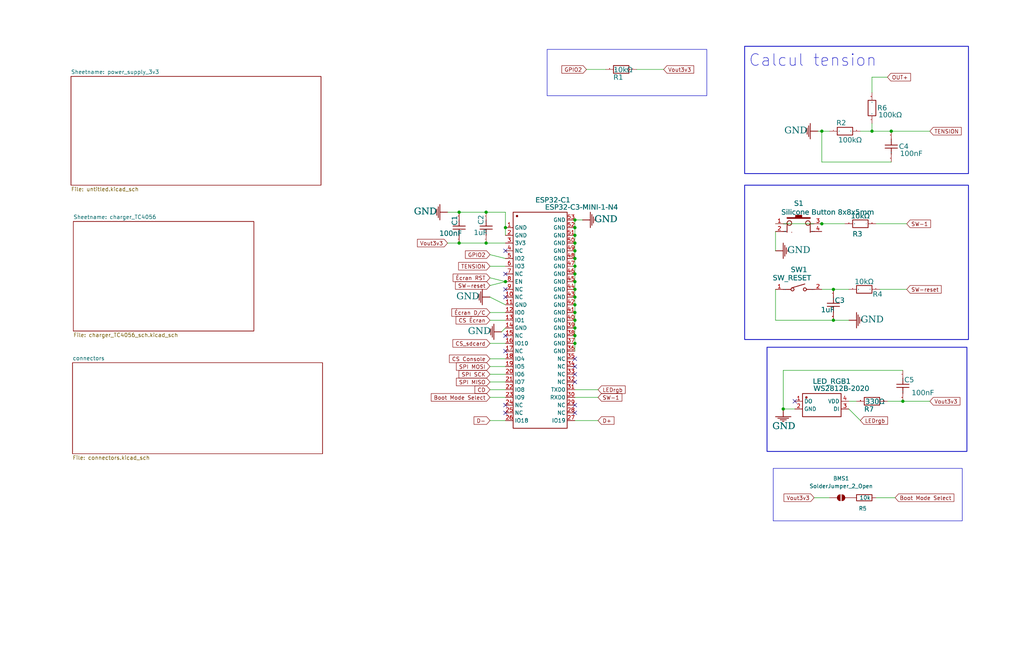
<source format=kicad_sch>
(kicad_sch (version 20250114) (generator "eeschema") (generator_version "9.0")
  (paper "User" 337.058 218.948)
  (lib_symbols
    (symbol "C0603C104J4RAC7867_3"
      (property "Reference" "C2" (at 2.54 0.8763 0))
      (property "Value" "100nF" (at 2.54 -1.4097 0))
      (symbol "C0603C104J4RAC7867_3_0_0"
        (polyline (pts (xy -2.032 0.508) (xy 2.032 0.508)) (stroke (width 0.254)))
        (polyline (pts (xy 0 0.508) (xy 0 2.54)) (stroke (width 0.254)))
        (polyline (pts (xy 0 -2.54) (xy 0 -0.508)) (stroke (width 0.254)))
        (polyline (pts (xy 2.032 -0.508) (xy -2.032 -0.508)) (stroke (width 0.254)))
        (pin unspecified line (at 0 5.08 270) (length 2.54) (name "1") (number "1"))
        (pin unspecified line (at 0 -5.08 90) (length 2.54) (name "2") (number "2"))
      )
    )
    (symbol "C0603C104J4RAC7867_4"
      (property "Reference" "C17" (at 2.54 0.8763 0))
      (property "Value" "100nF" (at 2.54 -1.4097 0))
      (symbol "C0603C104J4RAC7867_4_0_0"
        (polyline (pts (xy -2.032 0.508) (xy 2.032 0.508)) (stroke (width 0.254)))
        (polyline (pts (xy 0 0.508) (xy 0 2.54)) (stroke (width 0.254)))
        (polyline (pts (xy 0 -2.54) (xy 0 -0.508)) (stroke (width 0.254)))
        (polyline (pts (xy 2.032 -0.508) (xy -2.032 -0.508)) (stroke (width 0.254)))
        (pin unspecified line (at 0 5.08 270) (length 2.54) (name "1") (number "1"))
        (pin unspecified line (at 0 -5.08 90) (length 2.54) (name "2") (number "2"))
      )
    )
    (symbol "CR0603F360KP05Z_7"
      (property "Reference" "R14" (at -1.4986 0.9017 0))
      (property "Value" "330Ω" (at -3.4544 3.4163 0))
      (symbol "CR0603F360KP05Z_7_0_0"
        (rectangle (start -2.54 1.27) (end 2.54 -1.27) (stroke (width 0.254)))
        (pin unspecified line (at -5.08 0 0) (length 2.54) (name "2") (number "2"))
        (pin unspecified line (at 5.08 0 180) (length 2.54) (name "1") (number "1"))
      )
    )
    (symbol "CR0603F360KP05Z_8"
      (property "Reference" "R20" (at -1.4986 0.9017 0))
      (property "Value" "10kΩ" (at -3.4544 3.4163 0))
      (symbol "CR0603F360KP05Z_8_0_0"
        (rectangle (start -2.54 1.27) (end 2.54 -1.27) (stroke (width 0.254)))
        (pin unspecified line (at -5.08 0 0) (length 2.54) (name "2") (number "2"))
        (pin unspecified line (at 5.08 0 180) (length 2.54) (name "1") (number "1"))
      )
    )
    (symbol "CR0603F360KP05Z_9"
      (property "Reference" "R21" (at -1.4986 0.9017 0))
      (property "Value" "10kΩ" (at -3.4544 3.4163 0))
      (symbol "CR0603F360KP05Z_9_0_0"
        (rectangle (start -2.54 1.27) (end 2.54 -1.27) (stroke (width 0.254)))
        (pin unspecified line (at -5.08 0 0) (length 2.54) (name "2") (number "2"))
        (pin unspecified line (at 5.08 0 180) (length 2.54) (name "1") (number "1"))
      )
    )
    (symbol "Device:R" (pin_numbers (hide yes)) (pin_names (offset 0))
      (property "Reference" "R" (at 2.032 0 90))
      (property "Value" "R" (at 0 0 90))
      (symbol "R_0_1"
        (rectangle (start -1.016 -2.54) (end 1.016 2.54) (stroke (width 0.254)))
      )
      (symbol "R_1_1"
        (pin passive line (at 0 3.81 270) (length 1.27) (name "~") (number "1"))
        (pin passive line (at 0 -3.81 90) (length 1.27) (name "~") (number "2"))
      )
    )
    (symbol "ESP32-C3-MINI-1-N4"
      (property "Reference" "U2" (at -1.524 40.3733 0))
      (property "Value" "ESP32-C3-MINI-1-N4" (at -1.524 38.0873 0))
      (symbol "ESP32-C3-MINI-1-N4_0_0"
        (rectangle (start -8.89 35.56) (end 8.89 -35.56) (stroke (width 0.254)))
        (circle (center -7.62 34.29) (radius 0.254) (stroke (width 0.254)) (fill (type outline)))
        (pin unspecified line (at -11.43 30.48 0) (length 2.54) (name "GND") (number "1"))
        (pin unspecified line (at -11.43 27.94 0) (length 2.54) (name "GND") (number "2"))
        (pin unspecified line (at -11.43 25.4 0) (length 2.54) (name "3V3") (number "3"))
        (pin unspecified line (at -11.43 22.86 0) (length 2.54) (name "NC") (number "4"))
        (pin unspecified line (at -11.43 20.32 0) (length 2.54) (name "IO2") (number "5"))
        (pin unspecified line (at -11.43 17.78 0) (length 2.54) (name "IO3") (number "6"))
        (pin unspecified line (at -11.43 15.24 0) (length 2.54) (name "NC") (number "7"))
        (pin unspecified line (at -11.43 12.7 0) (length 2.54) (name "EN") (number "8"))
        (pin unspecified line (at -11.43 10.16 0) (length 2.54) (name "NC") (number "9"))
        (pin unspecified line (at -11.43 7.62 0) (length 2.54) (name "NC") (number "10"))
        (pin unspecified line (at -11.43 5.08 0) (length 2.54) (name "GND") (number "11"))
        (pin unspecified line (at -11.43 2.54 0) (length 2.54) (name "IO0") (number "12"))
        (pin unspecified line (at -11.43 0 0) (length 2.54) (name "IO1") (number "13"))
        (pin unspecified line (at -11.43 -2.54 0) (length 2.54) (name "GND") (number "14"))
        (pin unspecified line (at -11.43 -5.08 0) (length 2.54) (name "NC") (number "15"))
        (pin unspecified line (at -11.43 -7.62 0) (length 2.54) (name "IO10") (number "16"))
        (pin unspecified line (at -11.43 -10.16 0) (length 2.54) (name "NC") (number "17"))
        (pin unspecified line (at -11.43 -12.7 0) (length 2.54) (name "IO4") (number "18"))
        (pin unspecified line (at -11.43 -15.24 0) (length 2.54) (name "IO5") (number "19"))
        (pin unspecified line (at -11.43 -17.78 0) (length 2.54) (name "IO6") (number "20"))
        (pin unspecified line (at -11.43 -20.32 0) (length 2.54) (name "IO7") (number "21"))
        (pin unspecified line (at -11.43 -22.86 0) (length 2.54) (name "IO8") (number "22"))
        (pin unspecified line (at -11.43 -25.4 0) (length 2.54) (name "IO9") (number "23"))
        (pin unspecified line (at -11.43 -27.94 0) (length 2.54) (name "NC") (number "24"))
        (pin unspecified line (at -11.43 -30.48 0) (length 2.54) (name "NC") (number "25"))
        (pin unspecified line (at -11.43 -33.02 0) (length 2.54) (name "IO18") (number "26"))
        (pin unspecified line (at 11.43 33.02 180) (length 2.54) (name "GND") (number "53"))
        (pin unspecified line (at 11.43 30.48 180) (length 2.54) (name "GND") (number "52"))
        (pin unspecified line (at 11.43 27.94 180) (length 2.54) (name "GND") (number "51"))
        (pin unspecified line (at 11.43 25.4 180) (length 2.54) (name "GND") (number "50"))
        (pin unspecified line (at 11.43 22.86 180) (length 2.54) (name "GND") (number "49"))
        (pin unspecified line (at 11.43 20.32 180) (length 2.54) (name "GND") (number "48"))
        (pin unspecified line (at 11.43 17.78 180) (length 2.54) (name "GND") (number "47"))
        (pin unspecified line (at 11.43 15.24 180) (length 2.54) (name "GND") (number "46"))
        (pin unspecified line (at 11.43 12.7 180) (length 2.54) (name "GND") (number "45"))
        (pin unspecified line (at 11.43 10.16 180) (length 2.54) (name "GND") (number "44"))
        (pin unspecified line (at 11.43 7.62 180) (length 2.54) (name "GND") (number "43"))
        (pin unspecified line (at 11.43 5.08 180) (length 2.54) (name "GND") (number "42"))
        (pin unspecified line (at 11.43 2.54 180) (length 2.54) (name "GND") (number "41"))
        (pin unspecified line (at 11.43 0 180) (length 2.54) (name "GND") (number "40"))
        (pin unspecified line (at 11.43 -2.54 180) (length 2.54) (name "GND") (number "39"))
        (pin unspecified line (at 11.43 -5.08 180) (length 2.54) (name "GND") (number "38"))
        (pin unspecified line (at 11.43 -7.62 180) (length 2.54) (name "GND") (number "37"))
        (pin unspecified line (at 11.43 -10.16 180) (length 2.54) (name "GND") (number "36"))
        (pin unspecified line (at 11.43 -12.7 180) (length 2.54) (name "NC") (number "35"))
        (pin unspecified line (at 11.43 -15.24 180) (length 2.54) (name "NC") (number "34"))
        (pin unspecified line (at 11.43 -17.78 180) (length 2.54) (name "NC") (number "33"))
        (pin unspecified line (at 11.43 -20.32 180) (length 2.54) (name "NC") (number "32"))
        (pin unspecified line (at 11.43 -22.86 180) (length 2.54) (name "TXD0") (number "31"))
        (pin unspecified line (at 11.43 -25.4 180) (length 2.54) (name "RXD0") (number "30"))
        (pin unspecified line (at 11.43 -27.94 180) (length 2.54) (name "NC") (number "29"))
        (pin unspecified line (at 11.43 -30.48 180) (length 2.54) (name "NC") (number "28"))
        (pin unspecified line (at 11.43 -33.02 180) (length 2.54) (name "IO19") (number "27"))
      )
    )
    (symbol "GND" (power) (pin_numbers (hide yes)) (pin_names (hide yes))
      (property "Value" "GND" (at 0 -6.35 0))
      (symbol "GND_0_0"
        (polyline (pts (xy -2.54 -2.54) (xy 2.54 -2.54)) (stroke (width 0.254)))
        (polyline (pts (xy -1.778 -3.048) (xy 1.778 -3.048)) (stroke (width 0.254)))
        (polyline (pts (xy -1.016 -3.556) (xy 1.016 -3.556)) (stroke (width 0.254)))
        (polyline (pts (xy -0.254 -4.064) (xy 0.254 -4.064)) (stroke (width 0.254)))
        (polyline (pts (xy 0 0) (xy 0 -2.54)) (stroke (width 0.254)))
        (pin power_in line (at 0 0 270) (length 0) (name "GND") (number "1"))
      )
    )
    (symbol "Jumper:SolderJumper_2_Open" (pin_numbers (hide yes)) (pin_names (offset 0) (hide yes)) (in_bom no)
      (property "Reference" "JP" (at 0 2.032 0))
      (property "Value" "SolderJumper_2_Open" (at 0 -2.54 0))
      (symbol "SolderJumper_2_Open_0_1"
        (polyline (pts (xy -0.254 1.016) (xy -0.254 -1.016)))
        (arc (start -0.254 -1.016) (mid -1.2656 0) (end -0.254 1.016))
        (arc (start -0.254 -1.016) (mid -1.2656 0) (end -0.254 1.016) (fill (type outline)))
        (arc (start 0.254 1.016) (mid 1.2656 0) (end 0.254 -1.016))
        (arc (start 0.254 1.016) (mid 1.2656 0) (end 0.254 -1.016) (fill (type outline)))
        (polyline (pts (xy 0.254 1.016) (xy 0.254 -1.016)))
      )
      (symbol "SolderJumper_2_Open_1_1"
        (pin passive line (at -3.81 0 0) (length 2.54) (name "A") (number "1"))
        (pin passive line (at 3.81 0 180) (length 2.54) (name "B") (number "2"))
      )
    )
    (symbol "SY0402FN100KP"
      (property "Reference" "R18" (at 1.778 0.8509 0))
      (property "Value" "100kΩ" (at 1.778 -1.3843 0))
      (symbol "SY0402FN100KP_0_0"
        (rectangle (start -1.27 2.54) (end 1.27 -2.54) (stroke (width 0.254)))
        (pin unspecified line (at 0 5.08 270) (length 2.54) (name "2") (number "2"))
        (pin unspecified line (at 0 -5.08 90) (length 2.54) (name "1") (number "1"))
      )
    )
    (symbol "Silicone Tactile Switch Button 8x8x5mm"
      (property "Reference" "S6" (at 6.1468 10.0711 0))
      (property "Value" "Silicone Button 8x8x5mm" (at 0.5842 7.2263 0))
      (symbol "Silicone Tactile Switch Button 8x8x5mm_0_0"
        (polyline (pts (xy 2.54 2.54) (xy 3.556 2.54)) (stroke (width 0.254)))
        (polyline (pts (xy 2.54 0) (xy 3.556 0)) (stroke (width 0.254)))
        (polyline (pts (xy 3.81 4.572) (xy 3.81 4.318) (xy 11.43 4.318) (xy 11.43 4.572) (xy 8.636 4.572) (xy 8.636 5.334) (xy 6.604 5.334) (xy 6.604 4.572) (xy 3.81 4.572)) (stroke (width 0.254)) (fill (type outline)))
        (polyline (pts (xy 3.81 2.794) (xy 3.81 -0.254)) (stroke (width 0.254)))
        (arc (start 5.334 2.7686) (mid 3.8059 2.7787) (end 5.334 2.794) (stroke (width 0.254)))
        (arc (start 5.334 -0.254) (mid 3.81 -0.254) (end 5.334 -0.254) (stroke (width 0.254)))
        (arc (start 11.43 -0.254) (mid 9.906 -0.254) (end 11.43 -0.254) (stroke (width 0.254)))
        (arc (start 11.43 2.7686) (mid 9.9099 2.7787) (end 11.43 2.794) (stroke (width 0.254)))
        (polyline (pts (xy 11.43 -0.254) (xy 11.43 2.794)) (stroke (width 0.254)))
        (polyline (pts (xy 12.7 2.54) (xy 11.684 2.54)) (stroke (width 0.254)))
        (polyline (pts (xy 12.7 0) (xy 11.684 0)) (stroke (width 0.254)))
        (pin input line (at 0 2.54 0) (length 2.54) (name "1") (number "1"))
        (pin input line (at 0 0 0) (length 2.54) (name "2") (number "2"))
        (pin input line (at 15.24 2.54 180) (length 2.54) (name "3") (number "3"))
        (pin input line (at 15.24 0 180) (length 2.54) (name "4") (number "4"))
      )
    )
    (symbol "TNPW040247K0BYEP"
      (property "Reference" "R19" (at -1.4986 5.9563 0))
      (property "Value" "47kΩ" (at -1.4986 3.7211 0))
      (symbol "TNPW040247K0BYEP_0_0"
        (rectangle (start -2.54 1.27) (end 2.54 -1.27) (stroke (width 0.254)))
        (pin unspecified line (at -5.08 0 0) (length 2.54) (name "1") (number "1"))
        (pin unspecified line (at 5.08 0 180) (length 2.54) (name "2") (number "2"))
      )
    )
    (symbol "TS-1088-AR02016"
      (property "Reference" "SW1" (at -2.5654 7.3025 0))
      (property "Value" "TS-1088-AR02016" (at -8.5852 4.6609 0))
      (symbol "TS-1088-AR02016_0_0"
        (polyline (pts (xy -5.08 0) (xy -2.54 0)) (stroke (width 0.254)))
        (polyline (pts (xy -2.286 0.508) (xy 2.032 1.778)) (stroke (width 0.254)))
        (circle (center -2.032 0) (radius 0.508) (stroke (width 0.254)))
        (circle (center 2.032 0) (radius 0.508) (stroke (width 0.254)))
        (polyline (pts (xy 5.08 0) (xy 2.54 0)) (stroke (width 0.254)))
        (pin unspecified line (at -7.62 0 0) (length 2.54) (name "1") (number "1"))
        (pin unspecified line (at 7.62 0 180) (length 2.54) (name "2") (number "2"))
      )
    )
    (symbol "WS2812B-2020"
      (property "Reference" "LED1" (at -2.9464 8.6487 0))
      (property "Value" "WS2812B-2020" (at -2.9464 6.3119 0))
      (symbol "WS2812B-2020_0_0"
        (rectangle (start -6.35 3.81) (end 6.35 -3.81) (stroke (width 0.254)))
        (circle (center -5.08 2.54) (radius 0.254) (stroke (width 0.254)) (fill (type outline)))
        (pin unspecified line (at -8.89 1.27 0) (length 2.54) (name "DO") (number "1"))
        (pin unspecified line (at -8.89 -1.27 0) (length 2.54) (name "GND") (number "2"))
        (pin unspecified line (at 8.89 1.27 180) (length 2.54) (name "VDD") (number "4"))
        (pin unspecified line (at 8.89 -1.27 180) (length 2.54) (name "DI") (number "3"))
      )
    )
  )
  (rectangle (start 245.11 60.96) (end 318.77 111.76) (stroke (width 0.254)))
  (rectangle (start 245.11 15.24) (end 318.77 57.15) (stroke (width 0.254)))
  (rectangle (start 252.476 114.3) (end 318.262 148.59) (stroke (width 0.254)))
  (rectangle (start 254.508 154.178) (end 316.738 171.45))
  (rectangle (start 180.086 16.256) (end 232.664 31.496))
  (text "Calcul tension" (at 246.38 17.7292 0) (effects (font (size 3.8608 3.8608)) (justify left top)))
  (junction (at 189.23 90.17))
  (junction (at 189.23 80.01))
  (junction (at 270.51 43.18))
  (junction (at 257.81 134.62))
  (junction (at 189.23 72.39))
  (junction (at 189.23 92.71))
  (junction (at 160.02 80.01))
  (junction (at 189.23 113.03))
  (junction (at 189.23 95.25))
  (junction (at 189.23 107.95))
  (junction (at 166.37 74.93))
  (junction (at 189.23 102.87))
  (junction (at 287.02 43.18))
  (junction (at 189.23 82.55))
  (junction (at 151.13 69.85))
  (junction (at 189.23 85.09))
  (junction (at 151.13 80.01))
  (junction (at 160.02 69.85))
  (junction (at 189.23 110.49))
  (junction (at 189.23 87.63))
  (junction (at 293.37 43.18))
  (junction (at 189.23 74.93))
  (junction (at 297.18 132.08))
  (junction (at 189.23 105.41))
  (junction (at 189.23 100.33))
  (junction (at 189.23 77.47))
  (junction (at 274.32 95.25))
  (junction (at 189.23 97.79))
  (junction (at 270.51 73.66))
  (junction (at 274.32 105.41))
  (junction (at 166.37 92.71))
  (no_connect (at 166.37 135.89))
  (no_connect (at 189.23 118.11))
  (no_connect (at 166.37 115.57))
  (no_connect (at 166.37 90.17))
  (no_connect (at 166.37 82.55))
  (no_connect (at 261.62 132.08))
  (no_connect (at 189.23 135.89))
  (no_connect (at 166.37 97.79))
  (no_connect (at 189.23 133.35))
  (no_connect (at 189.23 120.65))
  (no_connect (at 189.23 125.73))
  (no_connect (at 166.37 95.25))
  (no_connect (at 166.37 110.49))
  (no_connect (at 166.37 133.35))
  (no_connect (at 189.23 123.19))
  (wire (pts (xy 257.81 134.62) (xy 261.62 134.62)))
  (wire (pts (xy 292.1 25.4) (xy 287.02 25.4)))
  (wire (pts (xy 196.85 138.43) (xy 189.23 138.43)))
  (wire (pts (xy 189.23 100.33) (xy 189.23 97.79)))
  (wire (pts (xy 193.04 22.86) (xy 199.39 22.86)))
  (wire (pts (xy 161.29 123.19) (xy 166.37 123.19)))
  (wire (pts (xy 270.51 95.25) (xy 274.32 95.25)))
  (wire (pts (xy 298.45 95.25) (xy 289.56 95.25)))
  (wire (pts (xy 293.37 53.34) (xy 270.51 53.34)))
  (wire (pts (xy 189.23 82.55) (xy 189.23 80.01)))
  (wire (pts (xy 297.18 132.08) (xy 292.1 132.08)))
  (wire (pts (xy 161.29 87.63) (xy 166.37 87.63)))
  (wire (pts (xy 161.29 130.81) (xy 166.37 130.81)))
  (wire (pts (xy 147.32 80.01) (xy 151.13 80.01)))
  (wire (pts (xy 293.37 43.18) (xy 306.07 43.18)))
  (wire (pts (xy 270.51 73.66) (xy 278.13 73.66)))
  (wire (pts (xy 189.23 87.63) (xy 189.23 85.09)))
  (wire (pts (xy 283.21 43.18) (xy 287.02 43.18)))
  (wire (pts (xy 255.27 95.25) (xy 255.27 105.41)))
  (wire (pts (xy 161.29 83.82) (xy 166.37 85.09)))
  (wire (pts (xy 189.23 90.17) (xy 189.23 87.63)))
  (wire (pts (xy 161.29 97.79) (xy 166.37 100.33)))
  (wire (pts (xy 189.23 110.49) (xy 189.23 107.95)))
  (wire (pts (xy 161.29 125.73) (xy 166.37 125.73)))
  (wire (pts (xy 189.23 92.71) (xy 189.23 90.17)))
  (wire (pts (xy 161.29 93.98) (xy 166.37 92.71)))
  (wire (pts (xy 189.23 95.25) (xy 189.23 92.71)))
  (wire (pts (xy 269.24 43.18) (xy 270.51 43.18)))
  (wire (pts (xy 274.32 95.25) (xy 279.4 95.25)))
  (wire (pts (xy 283.21 138.43) (xy 279.4 134.62)))
  (wire (pts (xy 270.51 43.18) (xy 273.05 43.18)))
  (wire (pts (xy 218.44 22.86) (xy 209.55 22.86)))
  (wire (pts (xy 189.23 113.03) (xy 189.23 110.49)))
  (wire (pts (xy 196.85 128.27) (xy 189.23 128.27)))
  (wire (pts (xy 281.94 132.08) (xy 279.4 132.08)))
  (wire (pts (xy 287.02 43.18) (xy 293.37 43.18)))
  (wire (pts (xy 166.37 77.47) (xy 166.37 74.93)))
  (wire (pts (xy 270.51 53.34) (xy 270.51 43.18)))
  (wire (pts (xy 189.23 77.47) (xy 189.23 74.93)))
  (wire (pts (xy 297.18 121.92) (xy 257.81 121.92)))
  (wire (pts (xy 189.23 105.41) (xy 189.23 102.87)))
  (wire (pts (xy 189.23 107.95) (xy 189.23 105.41)))
  (wire (pts (xy 287.02 40.64) (xy 287.02 43.18)))
  (wire (pts (xy 189.23 74.93) (xy 189.23 72.39)))
  (wire (pts (xy 274.32 105.41) (xy 279.4 105.41)))
  (wire (pts (xy 298.45 73.66) (xy 288.29 73.66)))
  (wire (pts (xy 257.81 121.92) (xy 257.81 134.62)))
  (wire (pts (xy 294.64 163.83) (xy 288.29 163.83)))
  (wire (pts (xy 255.27 76.2) (xy 255.27 82.55)))
  (wire (pts (xy 287.02 25.4) (xy 287.02 30.48)))
  (wire (pts (xy 165.1 109.22) (xy 166.37 107.95)))
  (wire (pts (xy 166.37 74.93) (xy 166.37 69.85)))
  (wire (pts (xy 189.23 102.87) (xy 189.23 100.33)))
  (wire (pts (xy 161.29 120.65) (xy 166.37 120.65)))
  (wire (pts (xy 161.29 113.03) (xy 166.37 113.03)))
  (wire (pts (xy 189.23 115.57) (xy 189.23 113.03)))
  (wire (pts (xy 189.23 85.09) (xy 189.23 82.55)))
  (wire (pts (xy 189.23 97.79) (xy 189.23 95.25)))
  (wire (pts (xy 161.29 118.11) (xy 166.37 118.11)))
  (wire (pts (xy 306.07 132.08) (xy 297.18 132.08)))
  (wire (pts (xy 189.23 80.01) (xy 189.23 77.47)))
  (wire (pts (xy 274.32 105.41) (xy 255.27 105.41)))
  (wire (pts (xy 191.77 72.39) (xy 189.23 72.39)))
  (wire (pts (xy 151.13 80.01) (xy 160.02 80.01)))
  (wire (pts (xy 160.02 69.85) (xy 151.13 69.85)))
  (wire (pts (xy 161.29 138.43) (xy 166.37 138.43)))
  (wire (pts (xy 267.97 163.83) (xy 273.05 163.83)))
  (wire (pts (xy 161.29 105.41) (xy 166.37 105.41)))
  (wire (pts (xy 196.85 130.81) (xy 189.23 130.81)))
  (wire (pts (xy 161.29 102.87) (xy 166.37 102.87)))
  (wire (pts (xy 166.37 69.85) (xy 160.02 69.85)))
  (wire (pts (xy 270.51 73.66) (xy 255.27 73.66)))
  (wire (pts (xy 161.29 128.27) (xy 166.37 128.27)))
  (wire (pts (xy 160.02 80.01) (xy 166.37 80.01)))
  (wire (pts (xy 161.29 91.44) (xy 166.37 92.71)))
  (wire (pts (xy 151.13 69.85) (xy 147.32 69.85)))
  (global_label "Boot Mode Select" (shape input) (at 161.29 130.81 180) (property "Intersheetrefs" "${INTERSHEET_REFS}" (effects (hide yes))))
  (global_label "LEDrgb" (shape input) (at 283.21 138.43 0) (property "Intersheetrefs" "${INTERSHEET_REFS}" (effects (hide yes))))
  (global_label "SW-1" (shape input) (at 298.45 73.66 0) (property "Intersheetrefs" "${INTERSHEET_REFS}" (effects (hide yes))))
  (global_label "SW-reset" (shape input) (at 161.29 93.98 180) (property "Intersheetrefs" "${INTERSHEET_REFS}" (effects (hide yes))))
  (global_label "D+" (shape input) (at 196.85 138.43 0) (property "Intersheetrefs" "${INTERSHEET_REFS}" (effects (hide yes))))
  (global_label "TENSION" (shape input) (at 306.07 43.18 0) (property "Intersheetrefs" "${INTERSHEET_REFS}" (effects (hide yes))))
  (global_label "Vout3v3" (shape input) (at 306.07 132.08 0) (property "Intersheetrefs" "${INTERSHEET_REFS}" (effects (hide yes))))
  (global_label "SPI MOSI" (shape input) (at 161.29 120.65 180) (property "Intersheetrefs" "${INTERSHEET_REFS}" (effects (hide yes))))
  (global_label "Vout3v3" (shape input) (at 218.44 22.86 0) (property "Intersheetrefs" "${INTERSHEET_REFS}" (effects (hide yes))))
  (global_label "TENSION" (shape input) (at 161.29 87.63 180) (property "Intersheetrefs" "${INTERSHEET_REFS}" (effects (hide yes))))
  (global_label "CD" (shape input) (at 161.29 128.27 180) (property "Intersheetrefs" "${INTERSHEET_REFS}" (effects (hide yes))))
  (global_label "Vout3v3" (shape input) (at 147.32 80.01 180) (property "Intersheetrefs" "${INTERSHEET_REFS}" (effects (hide yes))))
  (global_label "CS Écran" (shape input) (at 161.29 105.41 180) (property "Intersheetrefs" "${INTERSHEET_REFS}" (effects (hide yes))))
  (global_label "GPIO2" (shape input) (at 193.04 22.86 180) (property "Intersheetrefs" "${INTERSHEET_REFS}" (effects (hide yes))))
  (global_label "GPIO2" (shape input) (at 161.29 83.82 180) (property "Intersheetrefs" "${INTERSHEET_REFS}" (effects (hide yes))))
  (global_label "SPI MISO" (shape input) (at 161.29 125.73 180) (property "Intersheetrefs" "${INTERSHEET_REFS}" (effects (hide yes))))
  (global_label "Vout3v3" (shape input) (at 267.97 163.83 180) (property "Intersheetrefs" "${INTERSHEET_REFS}" (effects (hide yes))))
  (global_label "SW-reset" (shape input) (at 298.45 95.25 0) (property "Intersheetrefs" "${INTERSHEET_REFS}" (effects (hide yes))))
  (global_label "CS Console" (shape input) (at 161.29 118.11 180) (property "Intersheetrefs" "${INTERSHEET_REFS}" (effects (hide yes))))
  (global_label "Écran RST" (shape input) (at 161.29 91.44 180) (property "Intersheetrefs" "${INTERSHEET_REFS}" (effects (hide yes))))
  (global_label "LEDrgb" (shape input) (at 196.85 128.27 0) (property "Intersheetrefs" "${INTERSHEET_REFS}" (effects (hide yes))))
  (global_label "Boot Mode Select" (shape input) (at 294.64 163.83 0) (property "Intersheetrefs" "${INTERSHEET_REFS}" (effects (hide yes))))
  (global_label "CS_sdcard" (shape input) (at 161.29 113.03 180) (property "Intersheetrefs" "${INTERSHEET_REFS}" (effects (hide yes))))
  (global_label "D-" (shape input) (at 161.29 138.43 180) (property "Intersheetrefs" "${INTERSHEET_REFS}" (effects (hide yes))))
  (global_label "SPI SCK" (shape input) (at 161.29 123.19 180) (property "Intersheetrefs" "${INTERSHEET_REFS}" (effects (hide yes))))
  (global_label "Écran D{slash}C" (shape input) (at 161.29 102.87 180) (property "Intersheetrefs" "${INTERSHEET_REFS}" (effects (hide yes))))
  (global_label "SW-1" (shape input) (at 196.85 130.81 0) (property "Intersheetrefs" "${INTERSHEET_REFS}" (effects (hide yes))))
  (global_label "OUT+" (shape input) (at 292.1 25.4 0) (property "Intersheetrefs" "${INTERSHEET_REFS}" (effects (hide yes))))
  (symbol (lib_id "CR0603F360KP05Z_7") (at 287.02 132.08 0) (unit 1)
    (property "Reference" "R7" (at 284.48 133.858 0) (effects (font (size 1.6891 1.6891)) (justify left top)))
    (property "Value" "330Ω" (at 284.48 131.318 0) (effects (font (size 1.6891 1.6891)) (justify left top)))
    (property "Footprint" "Resistor_SMD:R_0603_1608Metric" (effects (hide yes)))
    (property "Manufacturer Part" "CR0603F360KP05Z" (effects (hide yes)))
    (property "Manufacturer" "EVER OHMS(天二科技)" (effects (hide yes)))
    (property "Supplier Part" "C881358" (effects (hide yes)))
    (property "Supplier" "LCSC" (effects (hide yes)))
  )
  (symbol (lib_id "GND") (at 269.24 43.18 270) (unit 0)
    (property "Reference" "#PWR07" (effects (hide yes)))
    (property "Value" "GND" (at 258.445 44.2214 -270) (effects (font (size 2.1717 2.1717)) (justify left bottom)))
    (property "Description" "Power symbol creates a global label with name 'GND'" (effects (hide yes)))
  )
  (symbol (lib_id "C0603C104J4RAC7867_3") (at 160.02 74.93 0) (unit 1)
    (property "Reference" "C2" (at 157.48 73.914 90) (effects (font (size 1.6891 1.6891)) (justify left top)))
    (property "Value" "1uF" (at 155.702 75.692 0) (effects (font (size 1.6891 1.6891)) (justify left top)))
    (property "Footprint" "Capacitor_SMD:C_0603_1608Metric" (effects (hide yes)))
    (property "Manufacturer Part" "C0603C104J4RAC7867" (effects (hide yes)))
    (property "Manufacturer" "KEMET(基美)" (effects (hide yes)))
    (property "Supplier Part" "C599646" (effects (hide yes)))
    (property "Supplier" "LCSC" (effects (hide yes)))
  )
  (symbol (lib_id "C0603C104J4RAC7867_4") (at 293.37 48.26 0) (unit 1)
    (property "Reference" "C4" (at 295.91 47.3837 0) (effects (font (size 1.6891 1.6891)) (justify left top)))
    (property "Value" "100nF" (at 295.91 49.6697 0) (effects (font (size 1.6891 1.6891)) (justify left top)))
    (property "Footprint" "Capacitor_SMD:C_0603_1608Metric" (effects (hide yes)))
    (property "Manufacturer Part" "C0603C104J4RAC7867" (effects (hide yes)))
    (property "Manufacturer" "KEMET(基美)" (effects (hide yes)))
    (property "Supplier Part" "C599646" (effects (hide yes)))
    (property "Supplier" "LCSC" (effects (hide yes)))
  )
  (symbol (lib_id "Jumper:SolderJumper_2_Open") (at 276.86 163.83 0) (unit 1) (in_bom no)
    (property "Reference" "BMS1" (at 276.86 157.48 0))
    (property "Value" "SolderJumper_2_Open" (at 276.86 160.02 0))
    (property "Footprint" "Jumper:SolderJumper-2_P1.3mm_Open_TrianglePad1.0x1.5mm" (effects (hide yes)))
    (property "Description" "Solder Jumper, 2-pole, open" (effects (hide yes)))
  )
  (symbol (lib_id "GND") (at 161.29 97.79 270) (unit 0)
    (property "Reference" "#PWR02" (effects (hide yes)))
    (property "Value" "GND" (at 150.495 98.8314 -270) (effects (font (size 2.1717 2.1717)) (justify left bottom)))
    (property "Description" "Power symbol creates a global label with name 'GND'" (effects (hide yes)))
  )
  (symbol (lib_id "GND") (at 147.32 69.85 270) (unit 0)
    (property "Reference" "#PWR01" (effects (hide yes)))
    (property "Value" "GND" (at 136.525 70.8914 -270) (effects (font (size 2.1717 2.1717)) (justify left bottom)))
    (property "Description" "Power symbol creates a global label with name 'GND'" (effects (hide yes)))
  )
  (symbol (lib_id "C0603C104J4RAC7867_3") (at 297.18 127 0) (unit 1)
    (property "Reference" "C5" (at 297.688 124.206 0) (effects (font (size 1.6891 1.6891)) (justify left top)))
    (property "Value" "100nF" (at 299.72 128.4097 0) (effects (font (size 1.6891 1.6891)) (justify left top)))
    (property "Footprint" "Capacitor_SMD:C_0603_1608Metric" (effects (hide yes)))
    (property "Manufacturer Part" "C0603C104J4RAC7867" (effects (hide yes)))
    (property "Manufacturer" "KEMET(基美)" (effects (hide yes)))
    (property "Supplier Part" "C599646" (effects (hide yes)))
    (property "Supplier" "LCSC" (effects (hide yes)))
  )
  (symbol (lib_id "GND") (at 191.77 72.39 90) (unit 0)
    (property "Reference" "#PWR04" (effects (hide yes)))
    (property "Value" "GND" (at 195.961 73.4314 -90) (effects (font (size 2.1717 2.1717)) (justify left bottom)))
    (property "Description" "Power symbol creates a global label with name 'GND'" (effects (hide yes)))
  )
  (symbol (lib_id "WS2812B-2020") (at 270.51 133.35 0) (unit 1)
    (property "Reference" "LED_RGB1" (at 267.5636 124.7013 0) (effects (font (size 1.6891 1.6891)) (justify left top)))
    (property "Value" "WS2812B-2020" (at 266.7 127 0) (effects (font (size 1.6891 1.6891)) (justify left top)))
    (property "Footprint" "LED_SMD:LED_WS2812B-2020_PLCC4_2.0x2.0mm" (effects (hide yes)))
    (property "Manufacturer Part" "WS2812B-2020" (effects (hide yes)))
    (property "Manufacturer" "worldsemi" (effects (hide yes)))
    (property "Supplier Part" "C965555" (effects (hide yes)))
    (property "Supplier" "LCSC" (effects (hide yes)))
  )
  (symbol (lib_id "TNPW040247K0BYEP") (at 278.13 43.18 0) (unit 1)
    (property "Reference" "R2" (at 275.336 39.624 0) (effects (font (size 1.6891 1.6891)) (justify left top)))
    (property "Value" "100kΩ" (at 275.59 45.212 0) (effects (font (size 1.6891 1.6891)) (justify left top)))
    (property "Footprint" "Resistor_SMD:R_0603_1608Metric" (effects (hide yes)))
    (property "Manufacturer Part" "TNPW040247K0BYEP" (effects (hide yes)))
    (property "Manufacturer" "VISHAY(威世)" (effects (hide yes)))
    (property "Supplier Part" "C4304074" (effects (hide yes)))
    (property "Supplier" "LCSC" (effects (hide yes)))
  )
  (symbol (lib_id "CR0603F360KP05Z_8") (at 204.47 22.86 0) (unit 1)
    (property "Reference" "R1" (at 201.93 24.638 0) (effects (font (size 1.6891 1.6891)) (justify left top)))
    (property "Value" "10kΩ" (at 201.676 22.098 0) (effects (font (size 1.6891 1.6891)) (justify left top)))
    (property "Footprint" "Resistor_SMD:R_0603_1608Metric" (effects (hide yes)))
    (property "Manufacturer Part" "CR0603F360KP05Z" (effects (hide yes)))
    (property "Manufacturer" "EVER OHMS(天二科技)" (effects (hide yes)))
    (property "Supplier Part" "C881358" (effects (hide yes)))
    (property "Supplier" "LCSC" (effects (hide yes)))
  )
  (symbol (lib_id "GND") (at 165.1 109.22 270) (unit 0)
    (property "Reference" "#PWR03" (effects (hide yes)))
    (property "Value" "GND" (at 154.305 110.2614 -270) (effects (font (size 2.1717 2.1717)) (justify left bottom)))
    (property "Description" "Power symbol creates a global label with name 'GND'" (effects (hide yes)))
  )
  (symbol (lib_id "GND") (at 257.81 134.62 0) (unit 0)
    (property "Reference" "#PWR06" (effects (hide yes)))
    (property "Value" "GND" (at 254.508 141.5542 0) (effects (font (size 2.1717 2.1717)) (justify left bottom)))
    (property "Description" "Power symbol creates a global label with name 'GND'" (effects (hide yes)))
  )
  (symbol (lib_id "GND") (at 279.4 105.41 90) (unit 0)
    (property "Reference" "#PWR08" (effects (hide yes)))
    (property "Value" "GND" (at 283.591 106.4514 -90) (effects (font (size 2.1717 2.1717)) (justify left bottom)))
    (property "Description" "Power symbol creates a global label with name 'GND'" (effects (hide yes)))
  )
  (symbol (lib_id "C0603C104J4RAC7867_3") (at 151.13 74.93 0) (unit 1)
    (property "Reference" "C1" (at 148.844 74.168 90) (effects (font (size 1.6891 1.6891)) (justify left top)))
    (property "Value" "100nF" (at 144.272 75.946 0) (effects (font (size 1.6891 1.6891)) (justify left top)))
    (property "Footprint" "Capacitor_SMD:C_0603_1608Metric" (effects (hide yes)))
    (property "Manufacturer Part" "C0603C104J4RAC7867" (effects (hide yes)))
    (property "Manufacturer" "KEMET(基美)" (effects (hide yes)))
    (property "Supplier Part" "C599646" (effects (hide yes)))
    (property "Supplier" "LCSC" (effects (hide yes)))
  )
  (symbol (lib_id "Silicone Tactile Switch Button 8x8x5mm") (at 255.27 76.2 0) (unit 1)
    (property "Reference" "S1" (at 261.4168 66.1289 0) (effects (font (size 1.6891 1.6891)) (justify left top)))
    (property "Value" "Silicone Button 8x8x5mm" (at 255.8542 68.9737 0) (effects (font (size 1.6891 1.6891)) (justify left top)))
    (property "Footprint" "Button_Switch_THT:SW_PUSH_6mm_H4.3mm" (effects (hide yes)))
  )
  (symbol (lib_id "ESP32-C3-MINI-1-N4") (at 177.8 105.41 0) (unit 1)
    (property "Reference" "ESP32-C1" (at 176.276 65.0367 0) (effects (font (size 1.6891 1.6891)) (justify left top)))
    (property "Value" "ESP32-C3-MINI-1-N4" (at 176.276 67.3227 0) (effects (font (size 1.6891 1.6891)) (justify left top)))
    (property "Footprint" "Library_custom:ESP32-C3-MINI-1_EXP" (effects (hide yes)))
    (property "Manufacturer Part" "ESP32-C3-MINI-1-N4" (effects (hide yes)))
    (property "Manufacturer" "ESPRESSIF(乐鑫)" (effects (hide yes)))
    (property "Supplier Part" "C2838502" (effects (hide yes)))
    (property "Supplier" "LCSC" (effects (hide yes)))
  )
  (symbol (lib_id "TS-1088-AR02016") (at 262.89 95.25 0) (unit 1)
    (property "Reference" "SW1" (at 260.3246 87.9475 0) (effects (font (size 1.6891 1.6891)) (justify left top)))
    (property "Value" "SW_RESET" (at 254.3048 90.5891 0) (effects (font (size 1.6891 1.6891)) (justify left top)))
    (property "Footprint" "Button_Switch_SMD:SW_SPST_B3U-1000P" (effects (hide yes)))
    (property "Manufacturer Part" "TS-1088-AR02016" (effects (hide yes)))
    (property "Manufacturer" "XUNPU(讯普)" (effects (hide yes)))
    (property "Supplier Part" "C720477" (effects (hide yes)))
    (property "Supplier" "LCSC" (effects (hide yes)))
  )
  (symbol (lib_id "CR0603F360KP05Z_8") (at 284.48 95.25 0) (unit 1)
    (property "Reference" "R4" (at 287.274 96.012 0) (effects (font (size 1.6891 1.6891)) (justify left top)))
    (property "Value" "10kΩ" (at 281.0256 91.8337 0) (effects (font (size 1.6891 1.6891)) (justify left top)))
    (property "Footprint" "Resistor_SMD:R_0603_1608Metric" (effects (hide yes)))
    (property "Manufacturer Part" "CR0603F360KP05Z" (effects (hide yes)))
    (property "Manufacturer" "EVER OHMS(天二科技)" (effects (hide yes)))
    (property "Supplier Part" "C881358" (effects (hide yes)))
    (property "Supplier" "LCSC" (effects (hide yes)))
  )
  (symbol (lib_id "CR0603F360KP05Z_9") (at 283.21 73.66 0) (unit 1)
    (property "Reference" "R3" (at 280.67 76.2 0) (effects (font (size 1.6891 1.6891)) (justify left top)))
    (property "Value" "10kΩ" (at 279.7556 70.2437 0) (effects (font (size 1.6891 1.6891)) (justify left top)))
    (property "Footprint" "Resistor_SMD:R_0603_1608Metric" (effects (hide yes)))
    (property "Manufacturer Part" "CR0603F360KP05Z" (effects (hide yes)))
    (property "Manufacturer" "EVER OHMS(天二科技)" (effects (hide yes)))
    (property "Supplier Part" "C881358" (effects (hide yes)))
    (property "Supplier" "LCSC" (effects (hide yes)))
  )
  (symbol (lib_id "SY0402FN100KP") (at 287.02 35.56 0) (unit 1)
    (property "Reference" "R6" (at 288.798 34.7091 0) (effects (font (size 1.6891 1.6891)) (justify left top)))
    (property "Value" "100kΩ" (at 288.798 36.9443 0) (effects (font (size 1.6891 1.6891)) (justify left top)))
    (property "Footprint" "Resistor_SMD:R_0603_1608Metric" (effects (hide yes)))
    (property "Manufacturer Part" "SY0402FN100KP" (effects (hide yes)))
    (property "Manufacturer" "SANYEAR(叁叶源)" (effects (hide yes)))
    (property "Supplier Part" "C380742" (effects (hide yes)))
    (property "Supplier" "LCSC" (effects (hide yes)))
  )
  (symbol (lib_id "C0603C104J4RAC7867_3") (at 274.32 100.33 0) (unit 1)
    (property "Reference" "C3" (at 274.828 98.044 0) (effects (font (size 1.6891 1.6891)) (justify left top)))
    (property "Value" "1uF" (at 270.002 101.092 0) (effects (font (size 1.6891 1.6891)) (justify left top)))
    (property "Footprint" "Capacitor_SMD:C_0603_1608Metric" (effects (hide yes)))
    (property "Manufacturer Part" "C0603C104J4RAC7867" (effects (hide yes)))
    (property "Manufacturer" "KEMET(基美)" (effects (hide yes)))
    (property "Supplier Part" "C599646" (effects (hide yes)))
    (property "Supplier" "LCSC" (effects (hide yes)))
  )
  (symbol (lib_id "GND") (at 255.27 82.55 90) (unit 0)
    (property "Reference" "#PWR05" (effects (hide yes)))
    (property "Value" "GND" (at 259.461 83.5914 -90) (effects (font (size 2.1717 2.1717)) (justify left bottom)))
    (property "Description" "Power symbol creates a global label with name 'GND'" (effects (hide yes)))
  )
  (symbol (lib_id "Device:R") (at 284.48 163.83 270) (unit 1)
    (property "Reference" "R5" (at 283.972 167.386 90))
    (property "Value" "10k" (at 284.734 163.83 90))
    (property "Footprint" "Resistor_SMD:R_0603_1608Metric" (effects (hide yes)))
    (property "Description" "Resistor" (effects (hide yes)))
  )
  (sheet (at 24.13 72.898) (size 59.436 36.068) (stroke (width 0.1524))
    (property "Sheetname" "charger_TC4056" (at 24.13 72.1864 0) (show_name yes) (effects (justify left bottom)))
    (property "Sheetfile" "charger_TC4056_sch.kicad_sch" (at 24.13 109.5506 0) (effects (justify left top)))
  )
  (sheet (at 23.368 25.146) (size 82.296 35.814) (stroke (width 0.1524))
    (property "Sheetname" "power_supply_3v3" (at 23.368 24.4344 0) (show_name yes) (effects (justify left bottom)))
    (property "Sheetfile" "untitled.kicad_sch" (at 23.368 61.5446 0) (effects (justify left top)))
  )
  (sheet (at 23.876 119.38) (size 82.296 29.972) (stroke (width 0.1524))
    (property "Sheetname" "connectors" (at 23.876 118.6684 0) (effects (justify left bottom)))
    (property "Sheetfile" "connectors.kicad_sch" (at 23.876 149.9366 0) (effects (justify left top)))
  )
)
</source>
